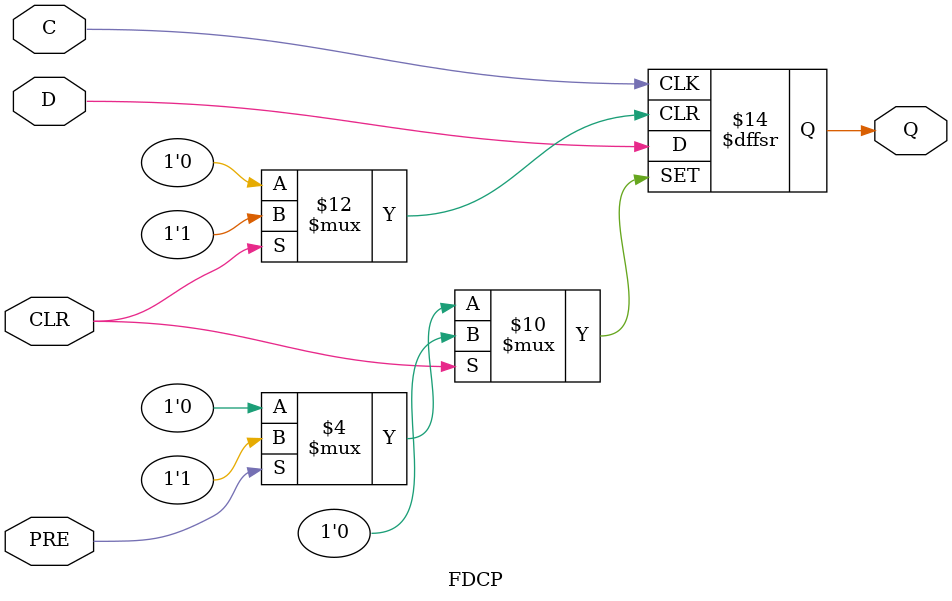
<source format=v>

/*

FUNCTION        : D-FLIP-FLOP with async clear, async preset

*/

// `celldefine
`timescale  100 ps / 10 ps

module FDCP (Q, C, CLR, D, PRE);

    parameter INIT = 1'b0;

    output Q;
    reg    Q;

    input  C, CLR, D, PRE;

        always @(posedge CLR or posedge PRE or posedge C)
            if (CLR)
                Q <= 0;
            else if (PRE)
                Q <= 1;
            else
                Q <= D;

endmodule

</source>
